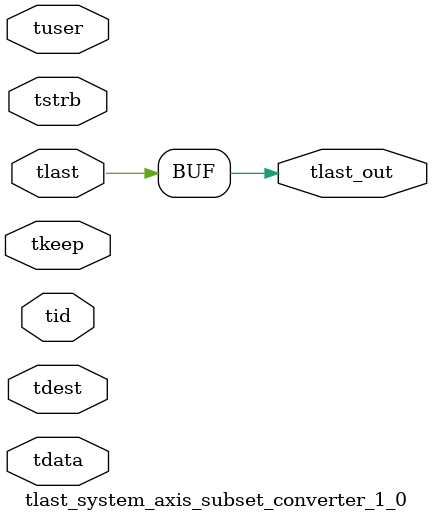
<source format=v>


`timescale 1ps/1ps

module tlast_system_axis_subset_converter_1_0 #
(
parameter C_S_AXIS_TID_WIDTH   = 1,
parameter C_S_AXIS_TUSER_WIDTH = 0,
parameter C_S_AXIS_TDATA_WIDTH = 0,
parameter C_S_AXIS_TDEST_WIDTH = 0
)
(
input  [(C_S_AXIS_TID_WIDTH   == 0 ? 1 : C_S_AXIS_TID_WIDTH)-1:0       ] tid,
input  [(C_S_AXIS_TDATA_WIDTH == 0 ? 1 : C_S_AXIS_TDATA_WIDTH)-1:0     ] tdata,
input  [(C_S_AXIS_TUSER_WIDTH == 0 ? 1 : C_S_AXIS_TUSER_WIDTH)-1:0     ] tuser,
input  [(C_S_AXIS_TDEST_WIDTH == 0 ? 1 : C_S_AXIS_TDEST_WIDTH)-1:0     ] tdest,
input  [(C_S_AXIS_TDATA_WIDTH/8)-1:0 ] tkeep,
input  [(C_S_AXIS_TDATA_WIDTH/8)-1:0 ] tstrb,
input  [0:0]                                                             tlast,
output                                                                   tlast_out
);

assign tlast_out = {tlast};

endmodule


</source>
